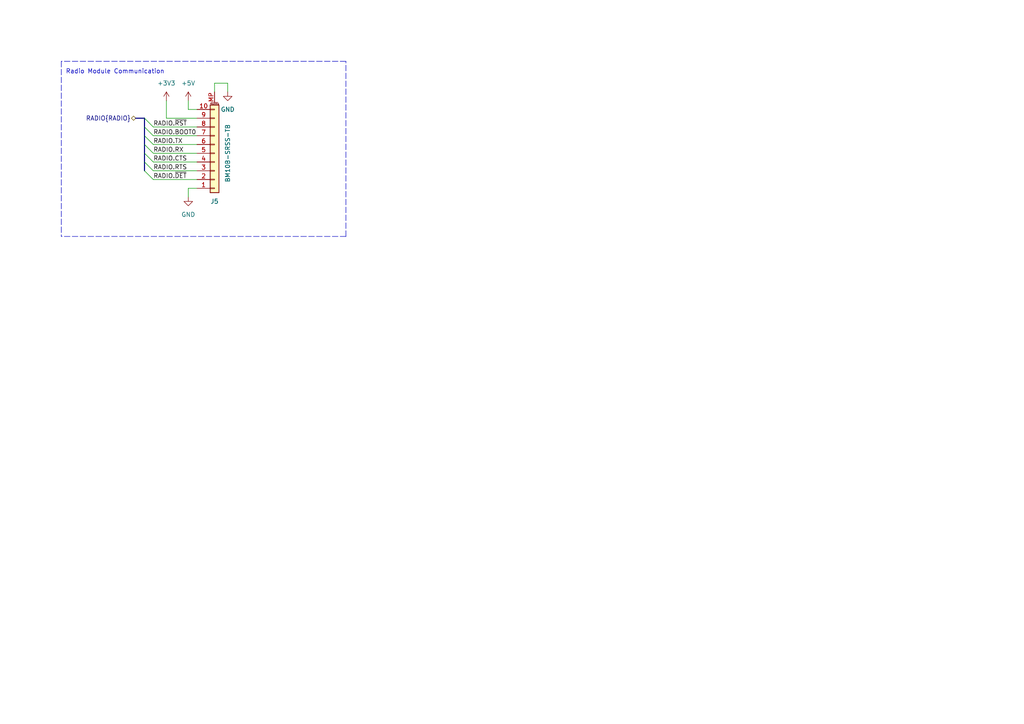
<source format=kicad_sch>
(kicad_sch (version 20231120) (generator "eeschema") (generator_version "8.0")
  (paper "A4")
  (title_block (title "Control") (date "2024-12-21") (rev "v3.0") (company "SSL A-Team") (comment 1 "Author: Will Stuckey"))
  (lib_symbols
    (symbol "Connector_Generic_MountingPin:Conn_01x10_MountingPin" (pin_names (offset 1.016) hide)
      (property "Reference" "J" (at 0 12.7 0))
      (property "Value" "Conn_01x10_MountingPin" (at 1.27 -15.24 0))
      (symbol "Conn_01x10_MountingPin_1_1"
        (rectangle (start -1.27 -12.573) (end 0 -12.827) (stroke (width 0.1524)))
        (rectangle (start -1.27 -10.033) (end 0 -10.287) (stroke (width 0.1524)))
        (rectangle (start -1.27 -7.493) (end 0 -7.747) (stroke (width 0.1524)))
        (rectangle (start -1.27 -4.953) (end 0 -5.207) (stroke (width 0.1524)))
        (rectangle (start -1.27 -2.413) (end 0 -2.667) (stroke (width 0.1524)))
        (rectangle (start -1.27 0.127) (end 0 -0.127) (stroke (width 0.1524)))
        (rectangle (start -1.27 2.667) (end 0 2.413) (stroke (width 0.1524)))
        (rectangle (start -1.27 5.207) (end 0 4.953) (stroke (width 0.1524)))
        (rectangle (start -1.27 7.747) (end 0 7.493) (stroke (width 0.1524)))
        (rectangle (start -1.27 10.287) (end 0 10.033) (stroke (width 0.1524)))
        (rectangle (start -1.27 11.43) (end 1.27 -13.97) (stroke (width 0.254)) (fill (type background)))
        (polyline (pts (xy -1.016 -14.732) (xy 1.016 -14.732)) (stroke (width 0.1524)))
        (text "Mounting" (at 0 -14.351 0) (effects (font (size 0.381 0.381))))
        (pin passive line (at -5.08 10.16 0) (length 3.81) (name "Pin_1") (number "1"))
        (pin passive line (at -5.08 -12.7 0) (length 3.81) (name "Pin_10") (number "10"))
        (pin passive line (at -5.08 7.62 0) (length 3.81) (name "Pin_2") (number "2"))
        (pin passive line (at -5.08 5.08 0) (length 3.81) (name "Pin_3") (number "3"))
        (pin passive line (at -5.08 2.54 0) (length 3.81) (name "Pin_4") (number "4"))
        (pin passive line (at -5.08 0 0) (length 3.81) (name "Pin_5") (number "5"))
        (pin passive line (at -5.08 -2.54 0) (length 3.81) (name "Pin_6") (number "6"))
        (pin passive line (at -5.08 -5.08 0) (length 3.81) (name "Pin_7") (number "7"))
        (pin passive line (at -5.08 -7.62 0) (length 3.81) (name "Pin_8") (number "8"))
        (pin passive line (at -5.08 -10.16 0) (length 3.81) (name "Pin_9") (number "9"))
        (pin passive line (at 0 -17.78 90) (length 3.048) (name "MountPin") (number "MP"))
      )
    )
    (symbol "power:+3V3" (power) (pin_numbers hide) (pin_names (offset 0) hide)
      (property "Value" "+3V3" (at 0 3.556 0))
      (symbol "+3V3_0_1"
        (polyline (pts (xy -0.762 1.27) (xy 0 2.54)))
        (polyline (pts (xy 0 0) (xy 0 2.54)))
        (polyline (pts (xy 0 2.54) (xy 0.762 1.27)))
      )
      (symbol "+3V3_1_1"
        (pin power_in line (at 0 0 90) (length 0) (name "~") (number "1"))
      )
    )
    (symbol "power:+5V" (power) (pin_numbers hide) (pin_names (offset 0) hide)
      (property "Value" "+5V" (at 0 3.556 0))
      (symbol "+5V_0_1"
        (polyline (pts (xy -0.762 1.27) (xy 0 2.54)))
        (polyline (pts (xy 0 0) (xy 0 2.54)))
        (polyline (pts (xy 0 2.54) (xy 0.762 1.27)))
      )
      (symbol "+5V_1_1"
        (pin power_in line (at 0 0 90) (length 0) (name "~") (number "1"))
      )
    )
    (symbol "power:GND" (power) (pin_numbers hide) (pin_names (offset 0) hide)
      (property "Value" "GND" (at 0 -3.81 0))
      (symbol "GND_0_1"
        (polyline (pts (xy 0 0) (xy 0 -1.27) (xy 1.27 -1.27) (xy 0 -2.54) (xy -1.27 -1.27) (xy 0 -1.27)))
      )
      (symbol "GND_1_1"
        (pin power_in line (at 0 0 270) (length 0) (name "~") (number "1"))
      )
    )
  )
  (bus_entry (at 41.91 36.83) (size 2.54 2.54))
  (bus_entry (at 41.91 34.29) (size 2.54 2.54))
  (bus_entry (at 41.91 39.37) (size 2.54 2.54))
  (bus_entry (at 41.91 49.53) (size 2.54 2.54))
  (bus_entry (at 41.91 41.91) (size 2.54 2.54))
  (bus_entry (at 41.91 44.45) (size 2.54 2.54))
  (bus_entry (at 41.91 46.99) (size 2.54 2.54))
  (polyline (pts (xy 100.33 68.58) (xy 17.78 68.58)) (stroke (width 0) (type dash)))
  (polyline (pts (xy 100.33 68.58) (xy 100.33 17.78)) (stroke (width 0) (type dash)))
  (wire (pts (xy 44.45 41.91) (xy 57.15 41.91)))
  (bus (pts (xy 41.91 46.99) (xy 41.91 49.53)))
  (bus (pts (xy 41.91 36.83) (xy 41.91 39.37)))
  (wire (pts (xy 44.45 44.45) (xy 57.15 44.45)))
  (wire (pts (xy 44.45 36.83) (xy 57.15 36.83)))
  (bus (pts (xy 41.91 44.45) (xy 41.91 46.99)))
  (bus (pts (xy 41.91 41.91) (xy 41.91 44.45)))
  (wire (pts (xy 54.61 54.61) (xy 54.61 57.15)))
  (wire (pts (xy 48.26 29.21) (xy 48.26 34.29)))
  (polyline (pts (xy 17.78 17.78) (xy 17.78 68.58)) (stroke (width 0) (type dash)))
  (wire (pts (xy 66.04 24.13) (xy 66.04 26.67)))
  (wire (pts (xy 62.23 26.67) (xy 62.23 24.13)))
  (wire (pts (xy 62.23 24.13) (xy 66.04 24.13)))
  (wire (pts (xy 44.45 52.07) (xy 57.15 52.07)))
  (wire (pts (xy 44.45 39.37) (xy 57.15 39.37)))
  (polyline (pts (xy 100.33 17.78) (xy 17.78 17.78)) (stroke (width 0) (type dash)))
  (wire (pts (xy 44.45 49.53) (xy 57.15 49.53)))
  (wire (pts (xy 48.26 34.29) (xy 57.15 34.29)))
  (bus (pts (xy 41.91 34.29) (xy 39.37 34.29)))
  (wire (pts (xy 54.61 31.75) (xy 57.15 31.75)))
  (wire (pts (xy 54.61 29.21) (xy 54.61 31.75)))
  (bus (pts (xy 41.91 36.83) (xy 41.91 34.29)))
  (wire (pts (xy 57.15 54.61) (xy 54.61 54.61)))
  (bus (pts (xy 41.91 39.37) (xy 41.91 41.91)))
  (wire (pts (xy 44.45 46.99) (xy 57.15 46.99)))
  (text "Radio Module Communication" (at 19.05 21.59 0) (effects (font (size 1.27 1.27)) (justify left bottom)))
  (label "RADIO.RTS" (at 44.45 49.53 0))
  (label "RADIO.RX" (at 44.45 44.45 0))
  (label "RADIO.CTS" (at 44.45 46.99 0))
  (label "RADIO.~{RST}" (at 44.45 36.83 0))
  (label "RADIO.TX" (at 44.45 41.91 0))
  (label "RADIO.BOOT0" (at 44.45 39.37 0))
  (label "RADIO.~{DET}" (at 44.45 52.07 0))
  (hierarchical_label "RADIO{RADIO}" (shape bidirectional) (at 39.37 34.29 180))
  (symbol (lib_id "power:GND") (at 66.04 26.67 0) (unit 1)
    (property "Reference" "#PWR083" (effects (hide yes)))
    (property "Value" "GND" (at 66.04 31.75 0))
    (property "Description" "Power symbol creates a global label with name \"GND\" , ground" (effects (hide yes)))
  )
  (symbol (lib_id "power:GND") (at 54.61 57.15 0) (unit 1)
    (property "Reference" "#PWR086" (effects (hide yes)))
    (property "Value" "GND" (at 54.61 62.23 0))
    (property "Description" "Power symbol creates a global label with name \"GND\" , ground" (effects (hide yes)))
  )
  (symbol (lib_id "Connector_Generic_MountingPin:Conn_01x10_MountingPin") (at 62.23 44.45 0) (mirror x) (unit 1)
    (property "Reference" "J5" (at 62.23 58.42 0))
    (property "Value" "BM10B-SRSS-TB" (at 66.04 44.45 90))
    (property "Footprint" "Connector_JST:JST_SH_BM10B-SRSS-TB_1x10-1MP_P1.00mm_Vertical" (effects (hide yes)))
    (property "Description" "Generic connectable mounting pin connector, single row, 01x10, script generated (kicad-library-utils/schlib/autogen/connector/)" (effects (hide yes)))
  )
  (symbol (lib_id "power:+5V") (at 54.61 29.21 0) (unit 1)
    (property "Reference" "#PWR085" (effects (hide yes)))
    (property "Value" "+5V" (at 54.61 24.13 0))
    (property "Description" "Power symbol creates a global label with name \"+5V\"" (effects (hide yes)))
  )
  (symbol (lib_id "power:+3V3") (at 48.26 29.21 0) (unit 1)
    (property "Reference" "#PWR084" (effects (hide yes)))
    (property "Value" "+3V3" (at 48.26 24.13 0))
    (property "Description" "Power symbol creates a global label with name \"+3V3\"" (effects (hide yes)))
  )
)
</source>
